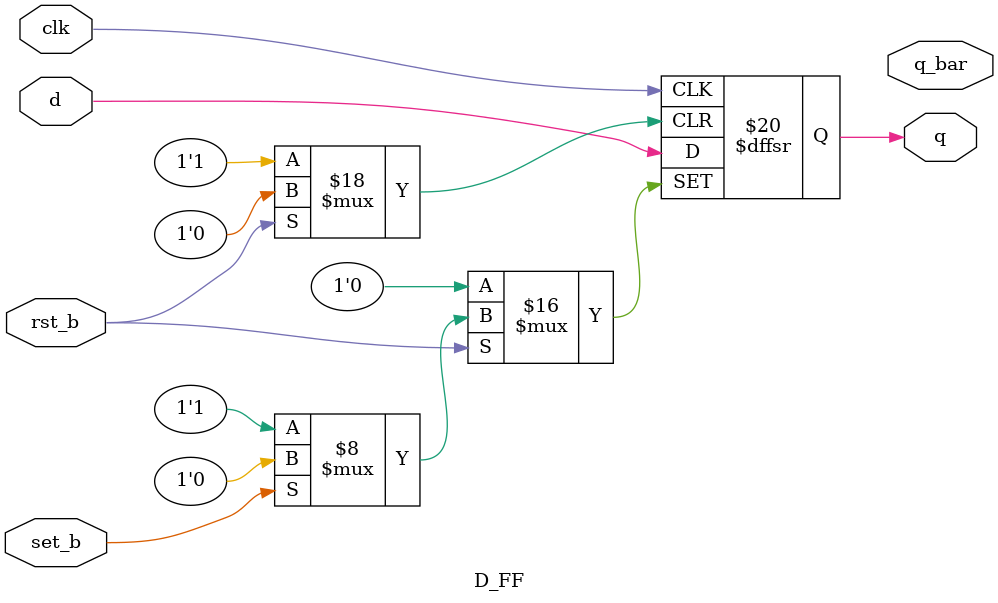
<source format=sv>

module D_FF ( input d, set_b, rst_b, clk,output reg  q,  output q_bar);
always @(posedge clk, negedge set_b, negedge rst_b)
	begin
		if (rst_b == 0)
			begin
  				q <= 0;
			end
		else if (set_b == 0)
			begin
 				q <=1;

			end
		else
			begin
  				q <= d;

			end
		end
  
endmodule
</source>
